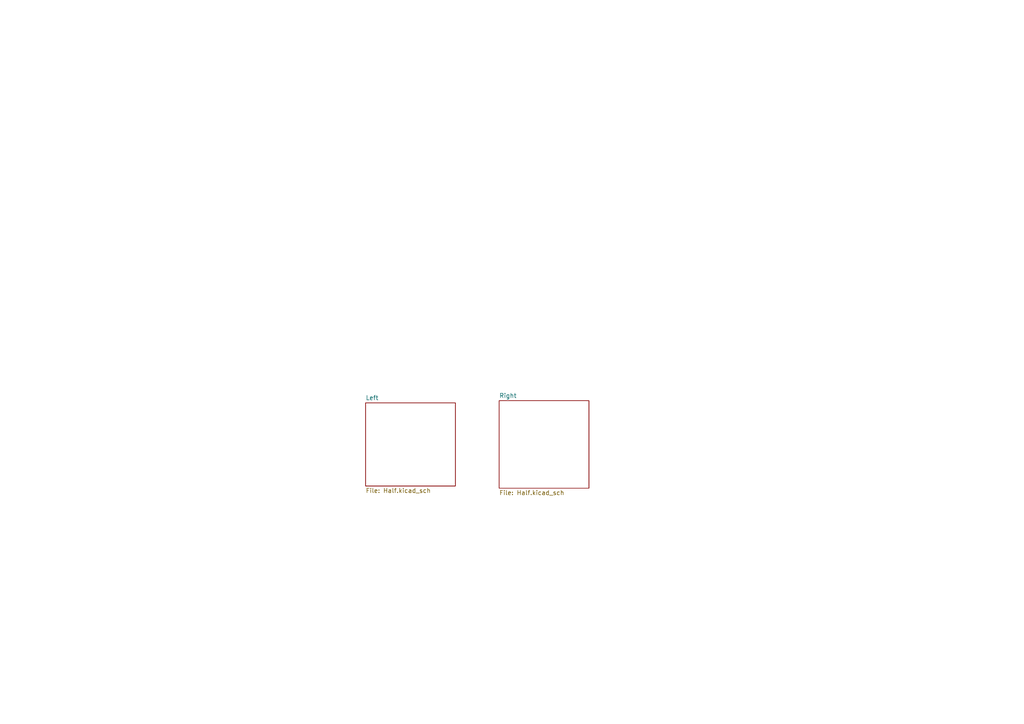
<source format=kicad_sch>
(kicad_sch
	(version 20250114)
	(generator "eeschema")
	(generator_version "9.0")
	(uuid "ccb63e62-59e0-4f8c-832c-efb894eababc")
	(paper "A4")
	(lib_symbols)
	(sheet
		(at 106.045 116.84)
		(size 26.035 24.13)
		(exclude_from_sim no)
		(in_bom yes)
		(on_board yes)
		(dnp no)
		(fields_autoplaced yes)
		(stroke
			(width 0.1524)
			(type solid)
		)
		(fill
			(color 0 0 0 0.0000)
		)
		(uuid "d1afac9f-1861-4d65-b27e-ac0ad61256d3")
		(property "Sheetname" "Left"
			(at 106.045 116.1284 0)
			(effects
				(font
					(size 1.27 1.27)
				)
				(justify left bottom)
			)
		)
		(property "Sheetfile" "Half.kicad_sch"
			(at 106.045 141.5546 0)
			(effects
				(font
					(size 1.27 1.27)
				)
				(justify left top)
			)
		)
		(instances
			(project "Splitty"
				(path "/ccb63e62-59e0-4f8c-832c-efb894eababc"
					(page "2")
				)
			)
		)
	)
	(sheet
		(at 144.78 116.205)
		(size 26.035 25.4)
		(exclude_from_sim no)
		(in_bom yes)
		(on_board yes)
		(dnp no)
		(fields_autoplaced yes)
		(stroke
			(width 0.1524)
			(type solid)
		)
		(fill
			(color 0 0 0 0.0000)
		)
		(uuid "d70a218b-83e0-457f-b2be-89febc849de8")
		(property "Sheetname" "Right"
			(at 144.78 115.4934 0)
			(effects
				(font
					(size 1.27 1.27)
				)
				(justify left bottom)
			)
		)
		(property "Sheetfile" "Half.kicad_sch"
			(at 144.78 142.1896 0)
			(effects
				(font
					(size 1.27 1.27)
				)
				(justify left top)
			)
		)
		(instances
			(project "Splitty"
				(path "/ccb63e62-59e0-4f8c-832c-efb894eababc"
					(page "3")
				)
			)
		)
	)
	(sheet_instances
		(path "/"
			(page "1")
		)
	)
	(embedded_fonts no)
)

</source>
